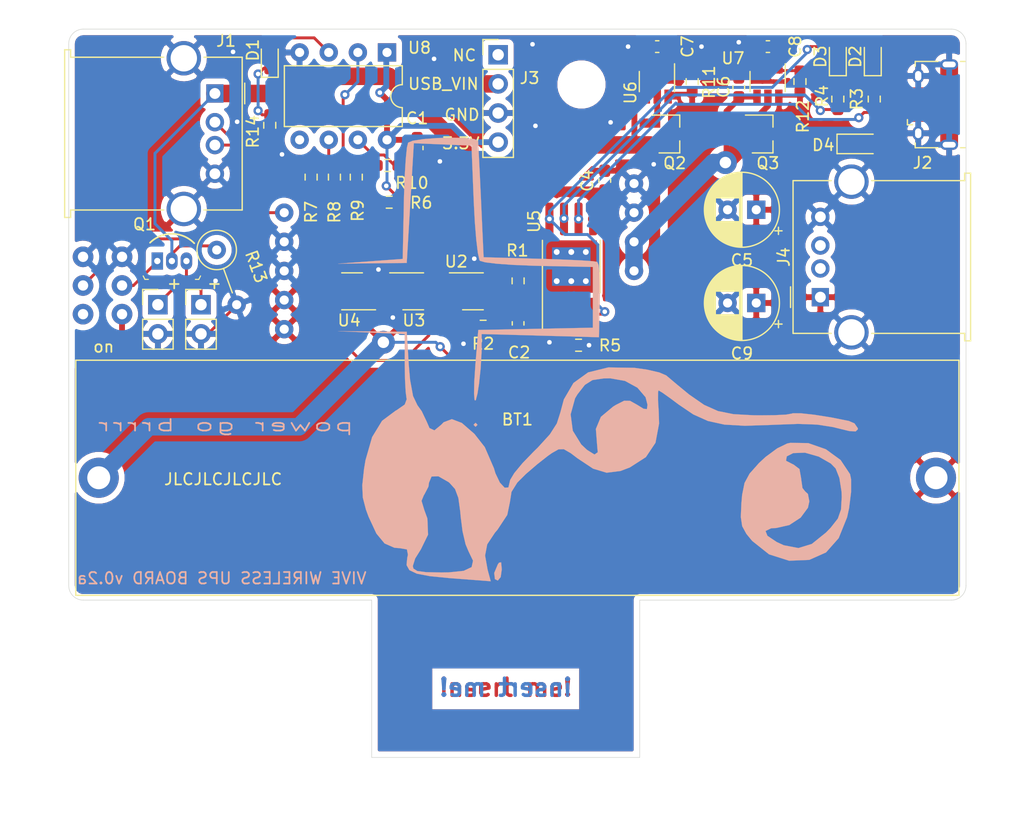
<source format=kicad_pcb>
(kicad_pcb (version 20171130) (host pcbnew "(5.1.9)-1")
  (layers (0 F.Cu signal) (31 B.Cu signal) (34 B.Paste user) (35 F.Paste user) (36 B.SilkS user) (37 F.SilkS user) (38 B.Mask user) (39 F.Mask user) (44 Edge.Cuts user))
  (net 0 "")
  (net 1 GND)
  (net 2 "Net-(BZ1-Pad1)")
  (net 3 +12V)
  (net 4 "Net-(C2-Pad1)")
  (net 5 /3.7V_Batt)
  (net 6 /12V_Backup)
  (net 7 "Net-(C7-Pad1)")
  (net 8 "Net-(C8-Pad1)")
  (net 9 /USB_Vin)
  (net 10 /USB_IN_D-)
  (net 11 /USB_IN_D+)
  (net 12 "Net-(J4-Pad2)")
  (net 13 "Net-(J4-Pad3)")
  (net 14 "Net-(R2-Pad1)")
  (net 15 "Net-(R5-Pad1)")
  (net 16 /QC3_Dp)
  (net 17 /QC3_Dm)
  (net 18 /QC3_DmGnd)
  (net 19 "Net-(U2-Pad4)")
  (net 20 "Net-(U2-Pad3)")
  (net 21 "Net-(U2-Pad1)")
  (net 22 "Net-(U3-Pad2)")
  (net 23 "Net-(BT1-Pad2)")
  (net 24 "Net-(D2-Pad2)")
  (net 25 "Net-(D2-Pad1)")
  (net 26 "Net-(D3-Pad1)")
  (net 27 "Net-(R3-Pad2)")
  (net 28 "Net-(R4-Pad1)")
  (net 29 "Net-(J2-Pad4)")
  (net 30 "Net-(J2-Pad3)")
  (net 31 "Net-(J2-Pad2)")
  (net 32 /buzzer_VDD)
  (net 33 /stepup_EN)
  (net 34 "Net-(SW1-Pad4)")
  (net 35 "Net-(D1-Pad2)")
  (net 36 "Net-(Q2-Pad1)")
  (net 37 "Net-(Q3-Pad1)")
  (net 38 +3V3)
  (net 39 "Net-(U8-Pad5)")
  (net 40 "Net-(D1-Pad1)")
  (net 41 "Net-(J3-Pad1)")
  (module Resistor_THT:R_Axial_DIN0309_L9.0mm_D3.2mm_P5.08mm_Vertical (layer F.Cu) (at 76.9112 113.2332 290)
    (fp_text reference R13 (at 2.54 -2.72 110) (layer F.SilkS))
    (fp_text value 1k)
    (pad 2 thru_hole oval (at 5.08 0 290) (size 1.6 1.6) (drill 0.8) (layers *.Cu *.Mask) (net 1 GND))
    (pad 1 thru_hole circle (at 0 0 335) (size 1.6 1.6) (drill 0.8) (layers *.Cu *.Mask) (net 9 /USB_Vin))
  )
  (module Capacitor_SMD:C_0603_1608Metric_Pad1.08x0.95mm_HandSolder (layer F.Cu) (at 94.3864 104.3432 90)
    (fp_text reference C1 (at 2.5908 0 180) (layer F.SilkS))
    (fp_text value 0.1u)
    (pad 2 smd roundrect (at 0.8625 0 90) (size 1.075 0.95) (layers F.Cu F.Paste F.Mask) (net 38 +3V3))
    (pad 1 smd roundrect (at -0.8625 0 90) (size 1.075 0.95) (layers F.Cu F.Paste F.Mask) (net 1 GND))
  )
  (module Connector_PinHeader_2.54mm:PinHeader_1x04_P2.54mm_Vertical (layer F.Cu) (at 101.4476 96.2152)
    (fp_text reference J3 (at 2.7432 2.032) (layer F.SilkS))
    (fp_text value Conn_01x04)
    (pad 4 thru_hole oval (at 0 7.62) (size 1.7 1.7) (drill 1) (layers *.Cu *.Mask) (net 38 +3V3))
    (pad 3 thru_hole oval (at 0 5.08) (size 1.7 1.7) (drill 1) (layers *.Cu *.Mask) (net 1 GND))
    (pad 2 thru_hole oval (at 0 2.54) (size 1.7 1.7) (drill 1) (layers *.Cu *.Mask) (net 9 /USB_Vin))
    (pad 1 thru_hole rect (at 0 0) (size 1.7 1.7) (drill 1) (layers *.Cu *.Mask) (net 41 "Net-(J3-Pad1)"))
  )
  (module Connector_PinHeader_2.54mm:PinHeader_1x02_P2.54mm_Vertical (layer F.Cu) (at 71.7804 118.0084)
    (fp_text reference BZ2 hide)
    (fp_text value Buzzer)
    (pad 2 thru_hole oval (at 0 2.54) (size 1.7 1.7) (drill 1) (layers *.Cu *.Mask) (net 1 GND))
    (pad 1 thru_hole rect (at 0 0) (size 1.7 1.7) (drill 1) (layers *.Cu *.Mask) (net 2 "Net-(BZ1-Pad1)"))
  )
  (module silk_image:froge_cross (layer B.Cu) (at 110.236 119.4816 180)
    (fp_text reference G*** hide)
    (fp_text value LOGO hide)
  )
  (module Resistor_SMD:R_0603_1608Metric_Pad0.98x0.95mm_HandSolder (layer F.Cu) (at 81.534 102.362 270)
    (fp_text reference R14 (at 0.5588 1.4732 270) (layer F.SilkS))
    (fp_text value 1.5k)
    (pad 2 smd roundrect (at 0.9125 0 270) (size 0.975 0.95) (layers F.Cu F.Paste F.Mask) (net 1 GND))
    (pad 1 smd roundrect (at -0.9125 0 270) (size 0.975 0.95) (layers F.Cu F.Paste F.Mask) (net 40 "Net-(D1-Pad1)"))
  )
  (module Diode_SMD:D_SOD-323_HandSoldering (layer F.Cu) (at 132.8928 103.9876)
    (fp_text reference D4 (at -3.0988 0.1016) (layer F.SilkS))
    (fp_text value "ESD5621W15-2/TR ")
    (pad 2 smd rect (at 1.25 0) (size 1 1) (layers F.Cu F.Paste F.Mask) (net 1 GND))
    (pad 1 smd rect (at -1.25 0) (size 1 1) (layers F.Cu F.Paste F.Mask) (net 3 +12V))
  )
  (module LED_SMD:LED_0603_1608Metric_Pad1.05x0.95mm_HandSolder (layer F.Cu) (at 81.534 96.52 90)
    (fp_text reference D1 (at 0.7112 -1.4732 90) (layer F.SilkS))
    (fp_text value LED)
    (pad 2 smd roundrect (at 0.875 0 90) (size 1.05 0.95) (layers F.Cu F.Paste F.Mask) (net 35 "Net-(D1-Pad2)"))
    (pad 1 smd roundrect (at -0.875 0 90) (size 1.05 0.95) (layers F.Cu F.Paste F.Mask) (net 40 "Net-(D1-Pad1)"))
  )
  (module MountingHole:MountingHole_3.2mm_M3 (layer F.Cu) (at 108.712 98.806)
    (fp_text reference H1 hide)
    (fp_text value MountingHole)
    (pad 1 np_thru_hole circle (at 0 0) (size 3.2 3.2) (drill 3.2) (layers *.Cu *.Mask))
  )
  (module Package_SO:SOP-8-1EP_4.57x4.57mm_P1.27mm_EP4.57x4.45mm_ThermalVias (layer F.Cu) (at 107.823 114.681 90)
    (fp_text reference U5 (at 3.937 -3.24 90) (layer F.SilkS))
    (fp_text value TP4056)
    (pad 9 smd rect (at 0 0 90) (size 3.350001 3.350001) (layers B.Cu) (net 1 GND))
    (pad 9 thru_hole circle (at 1.27 1.27 90) (size 0.81 0.81) (drill 0.51) (layers *.Cu) (net 1 GND))
    (pad 9 thru_hole circle (at -1.27 1.27 90) (size 0.81 0.81) (drill 0.51) (layers *.Cu) (net 1 GND))
    (pad 9 thru_hole circle (at 1.27 0 90) (size 0.81 0.81) (drill 0.51) (layers *.Cu) (net 1 GND))
    (pad 9 thru_hole circle (at -1.27 0 90) (size 0.81 0.81) (drill 0.51) (layers *.Cu) (net 1 GND))
    (pad 9 thru_hole circle (at 1.27 -1.27 90) (size 0.81 0.81) (drill 0.51) (layers *.Cu) (net 1 GND))
    (pad 9 thru_hole circle (at -1.27 -1.27 90) (size 0.81 0.81) (drill 0.51) (layers *.Cu) (net 1 GND))
    (pad 9 smd rect (at 0 0 90) (size 4.570001 4.450001) (layers F.Cu F.Mask) (net 1 GND))
    (pad 8 smd roundrect (at 4.15 -1.905 90) (size 2.85 0.7) (layers F.Cu F.Paste F.Mask) (net 24 "Net-(D2-Pad2)"))
    (pad 7 smd roundrect (at 4.15 -0.635 90) (size 2.85 0.7) (layers F.Cu F.Paste F.Mask) (net 28 "Net-(R4-Pad1)"))
    (pad 6 smd roundrect (at 4.15 0.635 90) (size 2.85 0.7) (layers F.Cu F.Paste F.Mask) (net 27 "Net-(R3-Pad2)"))
    (pad 5 smd roundrect (at 4.15 1.905 90) (size 2.85 0.7) (layers F.Cu F.Paste F.Mask) (net 5 /3.7V_Batt))
    (pad 4 smd roundrect (at -4.15 1.905 90) (size 2.85 0.7) (layers F.Cu F.Paste F.Mask) (net 24 "Net-(D2-Pad2)"))
    (pad 3 smd roundrect (at -4.15 0.635 90) (size 2.85 0.7) (layers F.Cu F.Paste F.Mask) (net 1 GND))
    (pad 2 smd roundrect (at -4.15 -0.635 90) (size 2.85 0.7) (layers F.Cu F.Paste F.Mask) (net 15 "Net-(R5-Pad1)"))
    (pad 1 smd roundrect (at -4.15 -1.905 90) (size 2.85 0.7) (layers F.Cu F.Paste F.Mask) (net 1 GND))
  )
  (module Capacitor_THT:CP_Radial_D6.3mm_P2.50mm (layer F.Cu) (at 123.952 109.728 180)
    (fp_text reference C5 (at 1.25 -4.4) (layer F.SilkS))
    (fp_text value 47u)
    (pad 2 thru_hole circle (at 2.5 0 180) (size 1.6 1.6) (drill 0.8) (layers *.Cu *.Mask) (net 1 GND))
    (pad 1 thru_hole rect (at 0 0 180) (size 1.6 1.6) (drill 0.8) (layers *.Cu *.Mask) (net 3 +12V))
  )
  (module vive_ups:U3V70A (layer F.Cu) (at 98.044 113.792)
    (fp_text reference U9 hide)
    (fp_text value U3V70A)
    (pad 9 thru_hole circle (at 15.25 1.27) (size 1.6 1.6) (drill 0.8) (layers *.Cu *.Mask) (net 6 /12V_Backup))
    (pad 8 thru_hole circle (at 15.25 -1.27) (size 1.6 1.6) (drill 0.8) (layers *.Cu *.Mask) (net 6 /12V_Backup))
    (pad 7 thru_hole circle (at 15.25 -3.81) (size 1.6 1.6) (drill 0.8) (layers *.Cu *.Mask) (net 1 GND))
    (pad 6 thru_hole circle (at 15.25 -6.35) (size 1.6 1.6) (drill 0.8) (layers *.Cu *.Mask) (net 1 GND))
    (pad 5 thru_hole circle (at -15.25 6.35) (size 1.6 1.6) (drill 0.8) (layers *.Cu *.Mask) (net 5 /3.7V_Batt))
    (pad 4 thru_hole circle (at -15.25 3.81) (size 1.6 1.6) (drill 0.8) (layers *.Cu *.Mask) (net 5 /3.7V_Batt))
    (pad 3 thru_hole circle (at -15.25 1.27) (size 1.6 1.6) (drill 0.8) (layers *.Cu *.Mask) (net 1 GND))
    (pad 2 thru_hole circle (at -15.25 -1.27) (size 1.6 1.6) (drill 0.8) (layers *.Cu *.Mask) (net 1 GND))
    (pad 1 thru_hole circle (at -15.25 -3.81) (size 1.6 1.6) (drill 0.8) (layers *.Cu *.Mask) (net 33 /stepup_EN))
  )
  (module Connector_PinHeader_2.54mm:PinHeader_1x02_P2.54mm_Vertical (layer F.Cu) (at 75.5396 118.0084)
    (fp_text reference BZ1 hide)
    (fp_text value Buzzer)
    (pad 2 thru_hole oval (at 0 2.54) (size 1.7 1.7) (drill 1) (layers *.Cu *.Mask) (net 1 GND))
    (pad 1 thru_hole rect (at 0 0) (size 1.7 1.7) (drill 1) (layers *.Cu *.Mask) (net 2 "Net-(BZ1-Pad1)"))
  )
  (module vive_ups:K3-2245D-F1 (layer F.Cu) (at 66.9544 116.332 180)
    (fp_text reference SW1 hide)
    (fp_text value SW_DPDT_x2)
    (pad 6 thru_hole circle (at 1.7 2.5 180) (size 1.8 1.8) (drill 0.9) (layers *.Cu *.Mask) (net 1 GND))
    (pad 5 thru_hole circle (at 1.7 0 180) (size 1.8 1.8) (drill 0.9) (layers *.Cu *.Mask) (net 33 /stepup_EN))
    (pad 4 thru_hole circle (at 1.7 -2.5 180) (size 1.8 1.8) (drill 0.9) (layers *.Cu *.Mask) (net 34 "Net-(SW1-Pad4)"))
    (pad 3 thru_hole circle (at -1.7 2.5 180) (size 1.8 1.8) (drill 0.9) (layers *.Cu *.Mask) (net 1 GND))
    (pad 2 thru_hole circle (at -1.7 0 180) (size 1.8 1.8) (drill 0.9) (layers *.Cu *.Mask) (net 32 /buzzer_VDD))
    (pad 1 thru_hole circle (at -1.7 -2.5 180) (size 1.8 1.8) (drill 0.9) (layers *.Cu *.Mask) (net 5 /3.7V_Batt))
  )
  (module Resistor_SMD:R_0603_1608Metric_Pad0.98x0.95mm_HandSolder (layer F.Cu) (at 91.8083 105.8672)
    (fp_text reference R10 (at 2.1209 1.524 180) (layer F.SilkS))
    (fp_text value 1.5k)
    (pad 2 smd roundrect (at 0.9125 0) (size 0.975 0.95) (layers F.Cu F.Paste F.Mask) (net 18 /QC3_DmGnd))
    (pad 1 smd roundrect (at -0.9125 0) (size 0.975 0.95) (layers F.Cu F.Paste F.Mask) (net 10 /USB_IN_D-))
  )
  (module Connector_USB:USB_Micro-B_Amphenol_10118194_Horizontal (layer F.Cu) (at 139.4714 100.5586 90)
    (fp_text reference J2 (at -5.08 -1.016) (layer F.SilkS))
    (fp_text value USB_B_Micro)
    (pad 6 thru_hole oval (at 3.5 1.3 90) (size 0.89 1.55) (drill oval 0.5 1.15) (layers *.Cu *.Mask) (net 1 GND))
    (pad 6 thru_hole oval (at -3.5 1.3 90) (size 0.89 1.55) (drill oval 0.5 1.15) (layers *.Cu *.Mask) (net 1 GND))
    (pad 6 smd rect (at 2.9 1.3 90) (size 1.2 1.55) (layers F.Cu F.Paste F.Mask) (net 1 GND))
    (pad 6 smd rect (at -2.9 1.3 90) (size 1.2 1.55) (layers F.Cu F.Paste F.Mask) (net 1 GND))
    (pad 6 smd rect (at 1 1.3 90) (size 1.5 1.55) (layers F.Cu F.Paste F.Mask) (net 1 GND))
    (pad 6 smd rect (at -1 1.3 90) (size 1.5 1.55) (layers F.Cu F.Paste F.Mask) (net 1 GND))
    (pad 6 thru_hole oval (at 2.5 -1.4 90) (size 1.25 0.95) (drill oval 0.85 0.55) (layers *.Cu *.Mask) (net 1 GND))
    (pad 6 thru_hole oval (at -2.5 -1.4 90) (size 1.25 0.95) (drill oval 0.85 0.55) (layers *.Cu *.Mask) (net 1 GND))
    (pad 5 smd rect (at 1.3 -1.4 90) (size 0.4 1.35) (layers F.Cu F.Paste F.Mask) (net 1 GND))
    (pad 4 smd rect (at 0.65 -1.4 90) (size 0.4 1.35) (layers F.Cu F.Paste F.Mask) (net 29 "Net-(J2-Pad4)"))
    (pad 3 smd rect (at 0 -1.4 90) (size 0.4 1.35) (layers F.Cu F.Paste F.Mask) (net 30 "Net-(J2-Pad3)"))
    (pad 2 smd rect (at -0.65 -1.4 90) (size 0.4 1.35) (layers F.Cu F.Paste F.Mask) (net 31 "Net-(J2-Pad2)"))
    (pad 1 smd rect (at -1.3 -1.4 90) (size 0.4 1.35) (layers F.Cu F.Paste F.Mask) (net 24 "Net-(D2-Pad2)"))
  )
  (module vive_ups:18650_holder_THT (layer F.Cu) (at 103.124 133.096)
    (fp_text reference BT1 (at 0 -5.08) (layer F.SilkS))
    (fp_text value Battery_Cell)
    (pad 1 thru_hole circle (at 36.5 0) (size 3.5 3.5) (drill 2) (layers *.Cu *.Mask) (net 5 /3.7V_Batt))
    (pad 2 thru_hole circle (at -36.5 0) (size 3.5 3.5) (drill 2) (layers *.Cu *.Mask) (net 23 "Net-(BT1-Pad2)"))
  )
  (module Capacitor_THT:CP_Radial_D6.3mm_P2.50mm (layer F.Cu) (at 123.952 117.856 180)
    (fp_text reference C9 (at 1.25 -4.4) (layer F.SilkS))
    (fp_text value 47u)
    (pad 2 thru_hole circle (at 2.5 0 180) (size 1.6 1.6) (drill 0.8) (layers *.Cu *.Mask) (net 1 GND))
    (pad 1 thru_hole rect (at 0 0 180) (size 1.6 1.6) (drill 0.8) (layers *.Cu *.Mask) (net 3 +12V))
  )
  (module Package_TO_SOT_SMD:SOT-23-6_Handsoldering (layer F.Cu) (at 99.2505 116.84)
    (fp_text reference U2 (at -1.4605 -2.5908) (layer F.SilkS))
    (fp_text value FS312F-G)
    (pad 5 smd rect (at 1.35 0) (size 1.56 0.65) (layers F.Cu F.Paste F.Mask) (net 4 "Net-(C2-Pad1)"))
    (pad 6 smd rect (at 1.35 -0.95) (size 1.56 0.65) (layers F.Cu F.Paste F.Mask) (net 1 GND))
    (pad 4 smd rect (at 1.35 0.95) (size 1.56 0.65) (layers F.Cu F.Paste F.Mask) (net 19 "Net-(U2-Pad4)"))
    (pad 3 smd rect (at -1.35 0.95) (size 1.56 0.65) (layers F.Cu F.Paste F.Mask) (net 20 "Net-(U2-Pad3)"))
    (pad 2 smd rect (at -1.35 0) (size 1.56 0.65) (layers F.Cu F.Paste F.Mask) (net 14 "Net-(R2-Pad1)"))
    (pad 1 smd rect (at -1.35 -0.95) (size 1.56 0.65) (layers F.Cu F.Paste F.Mask) (net 21 "Net-(U2-Pad1)"))
  )
  (module Resistor_SMD:R_0603_1608Metric_Pad0.98x0.95mm_HandSolder (layer F.Cu) (at 108.458 121.539)
    (fp_text reference R5 (at 2.7432 0.0254) (layer F.SilkS))
    (fp_text value 1.5k)
    (pad 2 smd roundrect (at 0.9125 0) (size 0.975 0.95) (layers F.Cu F.Paste F.Mask) (net 1 GND))
    (pad 1 smd roundrect (at -0.9125 0) (size 0.975 0.95) (layers F.Cu F.Paste F.Mask) (net 15 "Net-(R5-Pad1)"))
  )
  (module Resistor_SMD:R_0603_1608Metric_Pad0.98x0.95mm_HandSolder (layer F.Cu) (at 131.064 100.076 90)
    (fp_text reference R4 (at 0.254 -1.3716 90) (layer F.SilkS))
    (fp_text value 1.5k)
    (pad 2 smd roundrect (at 0.9125 0 90) (size 0.975 0.95) (layers F.Cu F.Paste F.Mask) (net 26 "Net-(D3-Pad1)"))
    (pad 1 smd roundrect (at -0.9125 0 90) (size 0.975 0.95) (layers F.Cu F.Paste F.Mask) (net 28 "Net-(R4-Pad1)"))
  )
  (module Resistor_SMD:R_0603_1608Metric_Pad0.98x0.95mm_HandSolder (layer F.Cu) (at 134.239 100.076 270)
    (fp_text reference R3 (at 0 1.524 90) (layer F.SilkS))
    (fp_text value 1.5k)
    (pad 2 smd roundrect (at 0.9125 0 270) (size 0.975 0.95) (layers F.Cu F.Paste F.Mask) (net 27 "Net-(R3-Pad2)"))
    (pad 1 smd roundrect (at -0.9125 0 270) (size 0.975 0.95) (layers F.Cu F.Paste F.Mask) (net 25 "Net-(D2-Pad1)"))
  )
  (module LED_SMD:LED_0603_1608Metric_Pad1.05x0.95mm_HandSolder (layer F.Cu) (at 131.064 96.379 90)
    (fp_text reference D3 (at 0 -1.524 90) (layer F.SilkS))
    (fp_text value LED)
    (pad 2 smd roundrect (at 0.875 0 90) (size 1.05 0.95) (layers F.Cu F.Paste F.Mask) (net 24 "Net-(D2-Pad2)"))
    (pad 1 smd roundrect (at -0.875 0 90) (size 1.05 0.95) (layers F.Cu F.Paste F.Mask) (net 26 "Net-(D3-Pad1)"))
  )
  (module LED_SMD:LED_0603_1608Metric_Pad1.05x0.95mm_HandSolder (layer F.Cu) (at 134.112 96.379 90)
    (fp_text reference D2 (at 0 -1.524 90) (layer F.SilkS))
    (fp_text value LED)
    (pad 2 smd roundrect (at 0.875 0 90) (size 1.05 0.95) (layers F.Cu F.Paste F.Mask) (net 24 "Net-(D2-Pad2)"))
    (pad 1 smd roundrect (at -0.875 0 90) (size 1.05 0.95) (layers F.Cu F.Paste F.Mask) (net 25 "Net-(D2-Pad1)"))
  )
  (module Capacitor_SMD:C_0603_1608Metric_Pad1.08x0.95mm_HandSolder (layer F.Cu) (at 110.744 107.188 90)
    (fp_text reference C4 (at 0 -1.524 90) (layer F.SilkS))
    (fp_text value 10u)
    (pad 2 smd roundrect (at 0.8625 0 90) (size 1.075 0.95) (layers F.Cu F.Paste F.Mask) (net 1 GND))
    (pad 1 smd roundrect (at -0.8625 0 90) (size 1.075 0.95) (layers F.Cu F.Paste F.Mask) (net 5 /3.7V_Batt))
  )
  (module Package_TO_SOT_SMD:SOT-23-6_Handsoldering (layer F.Cu) (at 94.0435 116.84)
    (fp_text reference U3 (at 0.0635 2.54) (layer F.SilkS))
    (fp_text value FS8205)
    (pad 5 smd rect (at 1.35 0) (size 1.56 0.65) (layers F.Cu F.Paste F.Mask))
    (pad 6 smd rect (at 1.35 -0.95) (size 1.56 0.65) (layers F.Cu F.Paste F.Mask) (net 21 "Net-(U2-Pad1)"))
    (pad 4 smd rect (at 1.35 0.95) (size 1.56 0.65) (layers F.Cu F.Paste F.Mask) (net 20 "Net-(U2-Pad3)"))
    (pad 3 smd rect (at -1.35 0.95) (size 1.56 0.65) (layers F.Cu F.Paste F.Mask) (net 1 GND))
    (pad 2 smd rect (at -1.35 0) (size 1.56 0.65) (layers F.Cu F.Paste F.Mask) (net 22 "Net-(U3-Pad2)"))
    (pad 1 smd rect (at -1.35 -0.95) (size 1.56 0.65) (layers F.Cu F.Paste F.Mask) (net 23 "Net-(BT1-Pad2)"))
  )
  (module Connector_USB:USB_A_Molex_67643_Horizontal (layer F.Cu) (at 129.54 117.348 90)
    (fp_text reference J4 (at 3.5 -3.19 90) (layer F.SilkS))
    (fp_text value USB_A)
    (pad 4 thru_hole circle (at 7 0 90) (size 1.6 1.6) (drill 0.95) (layers *.Cu *.Mask) (net 1 GND))
    (pad 3 thru_hole circle (at 4.5 0 90) (size 1.6 1.6) (drill 0.95) (layers *.Cu *.Mask) (net 13 "Net-(J4-Pad3)"))
    (pad 2 thru_hole circle (at 2.5 0 90) (size 1.6 1.6) (drill 0.95) (layers *.Cu *.Mask) (net 12 "Net-(J4-Pad2)"))
    (pad 1 thru_hole rect (at 0 0 90) (size 1.6 1.5) (drill 0.95) (layers *.Cu *.Mask) (net 3 +12V))
    (pad 5 thru_hole circle (at 10.07 2.71 90) (size 3 3) (drill 2.3) (layers *.Cu *.Mask) (net 1 GND))
    (pad 5 thru_hole circle (at -3.07 2.71 90) (size 3 3) (drill 2.3) (layers *.Cu *.Mask) (net 1 GND))
  )
  (module Connector_USB:USB_A_Molex_67643_Horizontal (layer F.Cu) (at 76.751 99.59 270)
    (fp_text reference J1 (at -4.594 -0.973) (layer F.SilkS))
    (fp_text value USB_A)
    (pad 4 thru_hole circle (at 7 0 270) (size 1.6 1.6) (drill 0.95) (layers *.Cu *.Mask) (net 1 GND))
    (pad 3 thru_hole circle (at 4.5 0 270) (size 1.6 1.6) (drill 0.95) (layers *.Cu *.Mask) (net 11 /USB_IN_D+))
    (pad 2 thru_hole circle (at 2.5 0 270) (size 1.6 1.6) (drill 0.95) (layers *.Cu *.Mask) (net 10 /USB_IN_D-))
    (pad 1 thru_hole rect (at 0 0 270) (size 1.6 1.5) (drill 0.95) (layers *.Cu *.Mask) (net 9 /USB_Vin))
    (pad 5 thru_hole circle (at 10.07 2.71 270) (size 3 3) (drill 2.3) (layers *.Cu *.Mask) (net 1 GND))
    (pad 5 thru_hole circle (at -3.07 2.71 270) (size 3 3) (drill 2.3) (layers *.Cu *.Mask) (net 1 GND))
  )
  (module Package_DIP:DIP-8_W7.62mm (layer F.Cu) (at 91.7575 96.012 270)
    (fp_text reference U8 (at -0.4064 -2.8321 180) (layer F.SilkS))
    (fp_text value ATtiny13A-PU)
    (pad 8 thru_hole oval (at 7.62 0 270) (size 1.6 1.6) (drill 0.8) (layers *.Cu *.Mask) (net 38 +3V3))
    (pad 4 thru_hole oval (at 0 7.62 270) (size 1.6 1.6) (drill 0.8) (layers *.Cu *.Mask) (net 1 GND))
    (pad 7 thru_hole oval (at 7.62 2.54 270) (size 1.6 1.6) (drill 0.8) (layers *.Cu *.Mask) (net 18 /QC3_DmGnd))
    (pad 3 thru_hole oval (at 0 5.08 270) (size 1.6 1.6) (drill 0.8) (layers *.Cu *.Mask) (net 35 "Net-(D1-Pad2)"))
    (pad 6 thru_hole oval (at 7.62 5.08 270) (size 1.6 1.6) (drill 0.8) (layers *.Cu *.Mask) (net 16 /QC3_Dp))
    (pad 2 thru_hole oval (at 0 2.54 270) (size 1.6 1.6) (drill 0.8) (layers *.Cu *.Mask) (net 17 /QC3_Dm))
    (pad 5 thru_hole oval (at 7.62 7.62 270) (size 1.6 1.6) (drill 0.8) (layers *.Cu *.Mask) (net 39 "Net-(U8-Pad5)"))
    (pad 1 thru_hole rect (at 0 0 270) (size 1.6 1.6) (drill 0.8) (layers *.Cu *.Mask) (net 38 +3V3))
  )
  (module Package_TO_SOT_SMD:TSOT-23-6 (layer F.Cu) (at 124.968 98.552 270)
    (fp_text reference U7 (at -2.032 3.048 180) (layer F.SilkS))
    (fp_text value LM5050-1)
    (pad 6 smd rect (at 1.31 -0.95 270) (size 1.22 0.65) (layers F.Cu F.Paste F.Mask) (net 3 +12V))
    (pad 5 smd rect (at 1.31 0 270) (size 1.22 0.65) (layers F.Cu F.Paste F.Mask) (net 37 "Net-(Q3-Pad1)"))
    (pad 4 smd rect (at 1.31 0.95 270) (size 1.22 0.65) (layers F.Cu F.Paste F.Mask) (net 6 /12V_Backup))
    (pad 3 smd rect (at -1.31 0.95 270) (size 1.22 0.65) (layers F.Cu F.Paste F.Mask) (net 1 GND))
    (pad 2 smd rect (at -1.31 0 270) (size 1.22 0.65) (layers F.Cu F.Paste F.Mask) (net 1 GND))
    (pad 1 smd rect (at -1.31 -0.95 270) (size 1.22 0.65) (layers F.Cu F.Paste F.Mask) (net 8 "Net-(C8-Pad1)"))
  )
  (module Package_TO_SOT_SMD:TSOT-23-6 (layer F.Cu) (at 115.316 98.552 270)
    (fp_text reference U6 (at 0.9652 2.3368 270) (layer F.SilkS))
    (fp_text value LM5050-1)
    (pad 6 smd rect (at 1.31 -0.95 270) (size 1.22 0.65) (layers F.Cu F.Paste F.Mask) (net 3 +12V))
    (pad 5 smd rect (at 1.31 0 270) (size 1.22 0.65) (layers F.Cu F.Paste F.Mask) (net 36 "Net-(Q2-Pad1)"))
    (pad 4 smd rect (at 1.31 0.95 270) (size 1.22 0.65) (layers F.Cu F.Paste F.Mask) (net 9 /USB_Vin))
    (pad 3 smd rect (at -1.31 0.95 270) (size 1.22 0.65) (layers F.Cu F.Paste F.Mask) (net 1 GND))
    (pad 2 smd rect (at -1.31 0 270) (size 1.22 0.65) (layers F.Cu F.Paste F.Mask) (net 1 GND))
    (pad 1 smd rect (at -1.31 -0.95 270) (size 1.22 0.65) (layers F.Cu F.Paste F.Mask) (net 7 "Net-(C7-Pad1)"))
  )
  (module Package_TO_SOT_SMD:SOT-23-6_Handsoldering (layer F.Cu) (at 88.7095 116.84 180)
    (fp_text reference U4 (at 0.254 -2.54) (layer F.SilkS))
    (fp_text value FS8205)
    (pad 5 smd rect (at 1.35 0 180) (size 1.56 0.65) (layers F.Cu F.Paste F.Mask))
    (pad 6 smd rect (at 1.35 -0.95 180) (size 1.56 0.65) (layers F.Cu F.Paste F.Mask) (net 21 "Net-(U2-Pad1)"))
    (pad 4 smd rect (at 1.35 0.95 180) (size 1.56 0.65) (layers F.Cu F.Paste F.Mask) (net 20 "Net-(U2-Pad3)"))
    (pad 3 smd rect (at -1.35 0.95 180) (size 1.56 0.65) (layers F.Cu F.Paste F.Mask) (net 1 GND))
    (pad 2 smd rect (at -1.35 0 180) (size 1.56 0.65) (layers F.Cu F.Paste F.Mask) (net 22 "Net-(U3-Pad2)"))
    (pad 1 smd rect (at -1.35 -0.95 180) (size 1.56 0.65) (layers F.Cu F.Paste F.Mask) (net 23 "Net-(BT1-Pad2)"))
  )
  (module Resistor_SMD:R_0603_1608Metric_Pad0.98x0.95mm_HandSolder (layer F.Cu) (at 127.762 98.552 90)
    (fp_text reference R12 (at -3.048 0.254 90) (layer F.SilkS))
    (fp_text value 100)
    (pad 2 smd roundrect (at 0.9125 0 90) (size 0.975 0.95) (layers F.Cu F.Paste F.Mask) (net 8 "Net-(C8-Pad1)"))
    (pad 1 smd roundrect (at -0.9125 0 90) (size 0.975 0.95) (layers F.Cu F.Paste F.Mask) (net 3 +12V))
  )
  (module Resistor_SMD:R_0603_1608Metric_Pad0.98x0.95mm_HandSolder (layer F.Cu) (at 118.364 98.552 90)
    (fp_text reference R11 (at -0.0508 1.4732 270) (layer F.SilkS))
    (fp_text value 100)
    (pad 2 smd roundrect (at 0.9125 0 90) (size 0.975 0.95) (layers F.Cu F.Paste F.Mask) (net 7 "Net-(C7-Pad1)"))
    (pad 1 smd roundrect (at -0.9125 0 90) (size 0.975 0.95) (layers F.Cu F.Paste F.Mask) (net 3 +12V))
  )
  (module Resistor_SMD:R_0603_1608Metric_Pad0.98x0.95mm_HandSolder (layer F.Cu) (at 89.0778 106.8832 270)
    (fp_text reference R9 (at 2.921 -0.127 270) (layer F.SilkS))
    (fp_text value 4.7k)
    (pad 2 smd roundrect (at 0.9125 0 270) (size 0.975 0.95) (layers F.Cu F.Paste F.Mask) (net 10 /USB_IN_D-))
    (pad 1 smd roundrect (at -0.9125 0 270) (size 0.975 0.95) (layers F.Cu F.Paste F.Mask) (net 17 /QC3_Dm))
  )
  (module Resistor_SMD:R_0603_1608Metric_Pad0.98x0.95mm_HandSolder (layer F.Cu) (at 87.1728 106.8832 270)
    (fp_text reference R8 (at 3.048 0 90) (layer F.SilkS))
    (fp_text value 100)
    (pad 2 smd roundrect (at 0.9125 0 270) (size 0.975 0.95) (layers F.Cu F.Paste F.Mask) (net 11 /USB_IN_D+))
    (pad 1 smd roundrect (at -0.9125 0 270) (size 0.975 0.95) (layers F.Cu F.Paste F.Mask) (net 16 /QC3_Dp))
  )
  (module Resistor_SMD:R_0603_1608Metric_Pad0.98x0.95mm_HandSolder (layer F.Cu) (at 85.1408 106.8832 90)
    (fp_text reference R7 (at -3.048 0 90) (layer F.SilkS))
    (fp_text value 1.5k)
    (pad 2 smd roundrect (at 0.9125 0 90) (size 0.975 0.95) (layers F.Cu F.Paste F.Mask) (net 1 GND))
    (pad 1 smd roundrect (at -0.9125 0 90) (size 0.975 0.95) (layers F.Cu F.Paste F.Mask) (net 11 /USB_IN_D+))
  )
  (module Resistor_SMD:R_0603_1608Metric_Pad0.98x0.95mm_HandSolder (layer F.Cu) (at 91.948 109.0676 180)
    (fp_text reference R6 (at -2.794 -0.0508 180) (layer F.SilkS))
    (fp_text value 4.7k)
    (pad 2 smd roundrect (at 0.9125 0 180) (size 0.975 0.95) (layers F.Cu F.Paste F.Mask) (net 11 /USB_IN_D+))
    (pad 1 smd roundrect (at -0.9125 0 180) (size 0.975 0.95) (layers F.Cu F.Paste F.Mask) (net 38 +3V3))
  )
  (module Resistor_SMD:R_0603_1608Metric_Pad0.98x0.95mm_HandSolder (layer F.Cu) (at 100.1395 119.888)
    (fp_text reference R2 (at 0 1.524) (layer F.SilkS))
    (fp_text value 1k)
    (pad 2 smd roundrect (at 0.9125 0) (size 0.975 0.95) (layers F.Cu F.Paste F.Mask) (net 1 GND))
    (pad 1 smd roundrect (at -0.9125 0) (size 0.975 0.95) (layers F.Cu F.Paste F.Mask) (net 14 "Net-(R2-Pad1)"))
  )
  (module Resistor_SMD:R_0603_1608Metric_Pad0.98x0.95mm_HandSolder (layer F.Cu) (at 103.1875 115.9275 270)
    (fp_text reference R1 (at -2.6435 0.0635) (layer F.SilkS))
    (fp_text value 100)
    (pad 2 smd roundrect (at 0.9125 0 270) (size 0.975 0.95) (layers F.Cu F.Paste F.Mask) (net 4 "Net-(C2-Pad1)"))
    (pad 1 smd roundrect (at -0.9125 0 270) (size 0.975 0.95) (layers F.Cu F.Paste F.Mask) (net 5 /3.7V_Batt))
  )
  (module digikey-footprints:TO-92-3 (layer F.Cu) (at 71.7296 114.1984)
    (fp_text reference Q1 (at -1.1176 -3.2004) (layer F.SilkS))
    (fp_text value 2N3906)
    (pad 1 thru_hole rect (at 0 0 180) (size 1 1.5) (drill 0.55) (layers *.Cu *.Mask) (net 32 /buzzer_VDD))
    (pad 3 thru_hole oval (at 2.54 0 180) (size 1 1.5) (drill 0.55) (layers *.Cu *.Mask) (net 2 "Net-(BZ1-Pad1)"))
    (pad 2 thru_hole oval (at 1.27 0 180) (size 1 1.5) (drill 0.55) (layers *.Cu *.Mask) (net 9 /USB_Vin))
  )
  (module Package_TO_SOT_SMD:SC-59_Handsoldering (layer F.Cu) (at 124.46 103.124)
    (fp_text reference Q3 (at 0.508 2.54) (layer F.SilkS))
    (fp_text value DMN2020LSN)
    (pad 3 smd rect (at 1.65 0) (size 1.8 0.8) (layers F.Cu F.Paste F.Mask) (net 3 +12V))
    (pad 2 smd rect (at -1.65 0.95) (size 1.8 0.8) (layers F.Cu F.Paste F.Mask) (net 6 /12V_Backup))
    (pad 1 smd rect (at -1.65 -0.95) (size 1.8 0.8) (layers F.Cu F.Paste F.Mask) (net 37 "Net-(Q3-Pad1)"))
  )
  (module Package_TO_SOT_SMD:SC-59_Handsoldering (layer F.Cu) (at 116.332 103.124)
    (fp_text reference Q2 (at 0.508 2.54) (layer F.SilkS))
    (fp_text value DMN2020LSN)
    (pad 3 smd rect (at 1.65 0) (size 1.8 0.8) (layers F.Cu F.Paste F.Mask) (net 3 +12V))
    (pad 2 smd rect (at -1.65 0.95) (size 1.8 0.8) (layers F.Cu F.Paste F.Mask) (net 9 /USB_Vin))
    (pad 1 smd rect (at -1.65 -0.95) (size 1.8 0.8) (layers F.Cu F.Paste F.Mask) (net 36 "Net-(Q2-Pad1)"))
  )
  (module Capacitor_SMD:C_0603_1608Metric_Pad1.08x0.95mm_HandSolder (layer F.Cu) (at 124.968 95.504 180)
    (fp_text reference C8 (at -2.3876 0 90) (layer F.SilkS))
    (fp_text value 0.1u)
    (pad 2 smd roundrect (at 0.8625 0 180) (size 1.075 0.95) (layers F.Cu F.Paste F.Mask) (net 1 GND))
    (pad 1 smd roundrect (at -0.8625 0 180) (size 1.075 0.95) (layers F.Cu F.Paste F.Mask) (net 8 "Net-(C8-Pad1)"))
  )
  (module Capacitor_SMD:C_0603_1608Metric_Pad1.08x0.95mm_HandSolder (layer F.Cu) (at 115.316 95.504 180)
    (fp_text reference C7 (at -2.6416 0 90) (layer F.SilkS))
    (fp_text value 0.1u)
    (pad 2 smd roundrect (at 0.8625 0 180) (size 1.075 0.95) (layers F.Cu F.Paste F.Mask) (net 1 GND))
    (pad 1 smd roundrect (at -0.8625 0 180) (size 1.075 0.95) (layers F.Cu F.Paste F.Mask) (net 7 "Net-(C7-Pad1)"))
  )
  (module Capacitor_SMD:C_0603_1608Metric_Pad1.08x0.95mm_HandSolder (layer F.Cu) (at 122.428 99.06 90)
    (fp_text reference C6 (at 0.0508 -1.3208 90) (layer F.SilkS))
    (fp_text value 0.1u)
    (pad 2 smd roundrect (at 0.8625 0 90) (size 1.075 0.95) (layers F.Cu F.Paste F.Mask) (net 1 GND))
    (pad 1 smd roundrect (at -0.8625 0 90) (size 1.075 0.95) (layers F.Cu F.Paste F.Mask) (net 6 /12V_Backup))
  )
  (module Capacitor_SMD:C_0603_1608Metric_Pad1.08x0.95mm_HandSolder (layer F.Cu) (at 103.1875 119.634 270)
    (fp_text reference C2 (at 2.54 -0.0889 180) (layer F.SilkS))
    (fp_text value 100n)
    (pad 2 smd roundrect (at 0.8625 0 270) (size 1.075 0.95) (layers F.Cu F.Paste F.Mask) (net 23 "Net-(BT1-Pad2)"))
    (pad 1 smd roundrect (at -0.8625 0 270) (size 1.075 0.95) (layers F.Cu F.Paste F.Mask) (net 4 "Net-(C2-Pad1)"))
  )
  (gr_text "NC\n" (at 98.5012 96.266) (layer F.SilkS) (effects (font (size 1 1))))
  (gr_text "USB_VIN\n" (at 96.6724 98.7552) (layer F.SilkS) (effects (font (size 1 1))))
  (gr_text GND (at 98.298 101.4476) (layer F.SilkS) (effects (font (size 1 1))))
  (gr_text "3.3V\n" (at 98.1964 103.9368) (layer F.SilkS) (effects (font (size 1 1))))
  (gr_text + (at 73.2028 116.1288) (layer F.SilkS) (effects (font (size 1 1))))
  (gr_text + (at 76.708 116.1288) (layer F.SilkS) (effects (font (size 1 1))))
  (gr_text "on\n" (at 67.056 121.666) (layer F.SilkS) (effects (font (size 1 1))))
  (gr_text JLCJLCJLCJLC (at 77.47 133.223) (layer F.SilkS) (effects (font (size 1 1))))
  (gr_text "insert me!" (at 102.108 151.384) (layer B.Cu) (effects (font (size 1.5 1.5) (thickness 0.3)) (justify mirror)))
  (gr_text "insert me!" (at 102.108 151.384) (layer F.Cu) (effects (font (size 1.5 1.5) (thickness 0.3))))
  (gr_text "power go brrrr" (at 77.724 128.524) (layer B.SilkS) (effects (font (size 1 2.032)) (justify mirror)))
  (gr_text "VIVE WIRELESS UPS BOARD v0.2a\n" (at 77.343 141.859) (layer B.SilkS) (effects (font (size 1 1)) (justify mirror)))
  (gr_line (start 113.792 157.48) (end 113.792 143.764) (layer Edge.Cuts) (width 0.05))
  (gr_line (start 90.424 157.48) (end 113.792 157.48) (layer Edge.Cuts) (width 0.05))
  (gr_line (start 90.424 143.764) (end 90.424 157.48) (layer Edge.Cuts) (width 0.05))
  (gr_line (start 140.97 143.764) (end 113.792 143.764) (layer Edge.Cuts) (width 0.05))
  (gr_arc (start 140.97 142.494) (end 140.97 143.764) (angle -90) (layer Edge.Cuts) (width 0.05))
  (gr_arc (start 65.278 142.494) (end 64.008 142.494) (angle -90) (layer Edge.Cuts) (width 0.05))
  (gr_arc (start 65.278 95.25) (end 65.278 93.98) (angle -90) (layer Edge.Cuts) (width 0.05))
  (gr_arc (start 140.97 95.25) (end 142.24 95.25) (angle -90) (layer Edge.Cuts) (width 0.05))
  (gr_line (start 140.97 93.98) (end 65.278 93.98) (layer Edge.Cuts) (width 0.05))
  (gr_line (start 142.24 142.494) (end 142.24 95.25) (layer Edge.Cuts) (width 0.05))
  (gr_line (start 65.278 143.764) (end 90.424 143.764) (layer Edge.Cuts) (width 0.05))
  (gr_line (start 64.008 95.25) (end 64.008 142.494) (layer Edge.Cuts) (width 0.05))
  (via (at 92.2655 119.126) (size 0.8) (drill 0.4) (layers F.Cu B.Cu) (net 1))
  (segment (start 92.6935 118.698) (end 92.2655 119.126) (width 0.508) (layer F.Cu) (net 1))
  (segment (start 92.6935 117.79) (end 92.6935 118.698) (width 0.508) (layer F.Cu) (net 1))
  (segment (start 124.1055 95.504) (end 124.1055 96.3795) (width 0.508) (layer F.Cu) (net 1))
  (segment (start 124.1055 97.1545) (end 124.018 97.242) (width 0.508) (layer F.Cu) (net 1))
  (segment (start 124.1055 96.3795) (end 124.1055 97.1545) (width 0.508) (layer F.Cu) (net 1))
  (segment (start 114.4535 97.1545) (end 114.366 97.242) (width 0.508) (layer F.Cu) (net 1))
  (segment (start 114.4535 95.504) (end 114.4535 97.1545) (width 0.508) (layer F.Cu) (net 1))
  (segment (start 115.316 97.242) (end 114.366 97.242) (width 0.508) (layer F.Cu) (net 1))
  (segment (start 124.018 97.242) (end 124.968 97.242) (width 0.508) (layer F.Cu) (net 1))
  (segment (start 114.4535 95.504) (end 112.776 95.504) (width 0.254) (layer F.Cu) (net 1))
  (via (at 112.776 95.504) (size 0.8) (drill 0.4) (layers F.Cu B.Cu) (net 1))
  (segment (start 138.0714 98.0586) (end 138.0714 99.2586) (width 0.254) (layer F.Cu) (net 1))
  (segment (start 112.1775 106.3255) (end 113.294 107.442) (width 0.254) (layer F.Cu) (net 1))
  (segment (start 110.744 106.3255) (end 112.1775 106.3255) (width 0.254) (layer F.Cu) (net 1))
  (via (at 122.428 95.123) (size 0.8) (drill 0.4) (layers F.Cu B.Cu) (net 1))
  (segment (start 124.1055 95.504) (end 122.809 95.504) (width 0.254) (layer F.Cu) (net 1))
  (segment (start 122.809 95.504) (end 122.428 95.123) (width 0.254) (layer F.Cu) (net 1))
  (via (at 82.6008 104.902) (size 0.8) (drill 0.4) (layers F.Cu B.Cu) (net 1))
  (via (at 119.1768 95.504) (size 0.8) (drill 0.4) (layers F.Cu B.Cu) (net 1))
  (via (at 104.4448 95.3008) (size 0.8) (drill 0.4) (layers F.Cu B.Cu) (net 1))
  (via (at 111.252 102.108) (size 0.8) (drill 0.4) (layers F.Cu B.Cu) (net 1))
  (via (at 98.425002 121.412) (size 0.8) (drill 0.4) (layers F.Cu B.Cu) (net 1))
  (segment (start 101.052 119.888) (end 101.052 120.436) (width 0.254) (layer F.Cu) (net 1))
  (segment (start 101.052 120.436) (end 100.076 121.412) (width 0.254) (layer F.Cu) (net 1))
  (segment (start 100.076 121.412) (end 98.425002 121.412) (width 0.254) (layer F.Cu) (net 1))
  (via (at 105.918 121.285004) (size 0.8) (drill 0.4) (layers F.Cu B.Cu) (net 1))
  (segment (start 105.918 118.831) (end 105.918 121.285004) (width 0.254) (layer F.Cu) (net 1))
  (via (at 78.6892 102.0572) (size 0.8) (drill 0.4) (layers F.Cu B.Cu) (net 1))
  (via (at 115.0112 105.7656) (size 0.8) (drill 0.4) (layers F.Cu B.Cu) (net 1))
  (via (at 96.3676 105.5116) (size 0.8) (drill 0.4) (layers F.Cu B.Cu) (net 1))
  (via (at 95.8596 96.5708) (size 0.8) (drill 0.4) (layers F.Cu B.Cu) (net 1))
  (via (at 104.6988 102.4128) (size 0.8) (drill 0.4) (layers F.Cu B.Cu) (net 1))
  (via (at 78.3336 95.9612) (size 0.8) (drill 0.4) (layers F.Cu B.Cu) (net 1))
  (segment (start 124.018 97.242) (end 123.0992 97.242) (width 0.508) (layer F.Cu) (net 1))
  (segment (start 123.0992 97.242) (end 122.682 96.8248) (width 0.508) (layer F.Cu) (net 1))
  (segment (start 108.458 120.6265) (end 109.3705 121.539) (width 0.254) (layer F.Cu) (net 1))
  (segment (start 108.458 118.831) (end 108.458 120.6265) (width 0.254) (layer F.Cu) (net 1))
  (segment (start 109.3705 121.539) (end 109.3705 121.539) (width 0.254) (layer F.Cu) (net 1))
  (via (at 109.3705 121.539) (size 0.8) (drill 0.4) (layers F.Cu B.Cu) (net 1))
  (via (at 91.01135 114.93815) (size 0.8) (drill 0.4) (layers F.Cu B.Cu) (net 1))
  (segment (start 90.0595 115.89) (end 91.01135 114.93815) (width 0.508) (layer F.Cu) (net 1))
  (via (at 99.3648 113.995202) (size 0.8) (drill 0.4) (layers F.Cu B.Cu) (net 1))
  (segment (start 100.6005 115.89) (end 100.6005 115.230902) (width 0.508) (layer F.Cu) (net 1))
  (segment (start 100.6005 115.230902) (end 99.3648 113.995202) (width 0.508) (layer F.Cu) (net 1))
  (via (at 76.8096 115.9256) (size 0.8) (drill 0.4) (layers F.Cu B.Cu) (net 1))
  (segment (start 76.1492 120.5484) (end 78.496262 118.201338) (width 0.254) (layer F.Cu) (net 1))
  (segment (start 78.496262 118.201338) (end 78.496262 117.803639) (width 0.254) (layer F.Cu) (net 1))
  (segment (start 75.5396 120.5484) (end 76.1492 120.5484) (width 0.254) (layer F.Cu) (net 1))
  (segment (start 75.5396 116.7384) (end 75.5396 118.0084) (width 0.25) (layer F.Cu) (net 2))
  (segment (start 74.2696 115.4684) (end 75.5396 116.7384) (width 0.25) (layer F.Cu) (net 2))
  (segment (start 71.7804 117.9576) (end 74.2696 115.4684) (width 0.25) (layer F.Cu) (net 2))
  (segment (start 71.7804 118.0084) (end 71.7804 117.9576) (width 0.25) (layer F.Cu) (net 2))
  (segment (start 74.2696 114.1984) (end 74.2696 115.4684) (width 0.254) (layer F.Cu) (net 2))
  (segment (start 116.56 99.568) (end 116.266 99.862) (width 0.254) (layer F.Cu) (net 3))
  (segment (start 118.2605 99.568) (end 116.56 99.568) (width 0.254) (layer F.Cu) (net 3))
  (segment (start 118.364 99.4645) (end 118.2605 99.568) (width 0.254) (layer F.Cu) (net 3))
  (segment (start 125.958 99.822) (end 125.918 99.862) (width 0.254) (layer F.Cu) (net 3))
  (segment (start 127.4045 99.822) (end 125.958 99.822) (width 0.254) (layer F.Cu) (net 3))
  (segment (start 127.762 99.4645) (end 127.4045 99.822) (width 0.254) (layer F.Cu) (net 3))
  (segment (start 118.364 99.4645) (end 118.364 99.822) (width 0.254) (layer F.Cu) (net 3))
  (segment (start 103.1875 116.84) (end 103.1875 118.7715) (width 0.254) (layer F.Cu) (net 4))
  (segment (start 103.1875 116.84) (end 100.7275 116.84) (width 0.254) (layer F.Cu) (net 4))
  (segment (start 110.744 109.515) (end 110.744 109.347) (width 0.254) (layer F.Cu) (net 5))
  (segment (start 110.744 107.7965) (end 110.744 109.347) (width 0.254) (layer F.Cu) (net 5))
  (segment (start 110.744 109.347) (end 110.744 110.531) (width 0.254) (layer F.Cu) (net 5))
  (segment (start 110.744 110.531) (end 110.617 110.658) (width 0.254) (layer F.Cu) (net 5))
  (segment (start 68.6544 118.832) (end 68.6544 118.8484) (width 0.381) (layer F.Cu) (net 5))
  (segment (start 68.6544 118.832) (end 68.6544 124.4836) (width 0.508) (layer F.Cu) (net 5))
  (segment (start 110.078 109.062) (end 109.347 108.331) (width 0.889) (layer F.Cu) (net 5))
  (segment (start 110.078 110.181) (end 110.078 109.062) (width 0.889) (layer F.Cu) (net 5))
  (segment (start 109.728 110.531) (end 110.078 110.181) (width 0.889) (layer F.Cu) (net 5))
  (segment (start 109.728 110.531) (end 110.744 109.515) (width 0.889) (layer F.Cu) (net 5))
  (segment (start 123.7875 100.076) (end 124.0815 100.37) (width 0.254) (layer F.Cu) (net 6))
  (segment (start 122.428 99.9225) (end 122.5815 100.076) (width 0.254) (layer F.Cu) (net 6))
  (segment (start 113.294 112.522) (end 113.294 115.062) (width 1.524) (layer B.Cu) (net 6))
  (segment (start 122.592798 104.074) (end 122.81 104.074) (width 0.508) (layer F.Cu) (net 6))
  (via (at 121.2596 105.613194) (size 2) (drill 1) (layers F.Cu B.Cu) (net 6))
  (segment (start 121.270806 105.613194) (end 121.2596 105.613194) (width 1.524) (layer F.Cu) (net 6))
  (segment (start 122.81 104.074) (end 121.270806 105.613194) (width 1.524) (layer F.Cu) (net 6))
  (segment (start 121.3612 105.511594) (end 121.2596 105.613194) (width 0.508) (layer F.Cu) (net 6))
  (segment (start 121.3612 101.1428) (end 121.3612 105.511594) (width 0.508) (layer F.Cu) (net 6))
  (segment (start 122.642 99.862) (end 121.3612 101.1428) (width 0.508) (layer F.Cu) (net 6))
  (segment (start 124.018 99.862) (end 122.642 99.862) (width 0.508) (layer F.Cu) (net 6))
  (segment (start 113.294 112.522) (end 120.202806 105.613194) (width 1.524) (layer B.Cu) (net 6))
  (segment (start 120.202806 105.613194) (end 121.2596 105.613194) (width 1.524) (layer B.Cu) (net 6))
  (segment (start 116.1785 97.1545) (end 116.266 97.242) (width 0.254) (layer F.Cu) (net 7))
  (segment (start 116.1785 95.504) (end 116.1785 97.1545) (width 0.254) (layer F.Cu) (net 7))
  (segment (start 116.56 97.536) (end 116.266 97.242) (width 0.254) (layer F.Cu) (net 7))
  (segment (start 118.2605 97.536) (end 116.56 97.536) (width 0.254) (layer F.Cu) (net 7))
  (segment (start 118.364 97.6395) (end 118.2605 97.536) (width 0.254) (layer F.Cu) (net 7))
  (segment (start 125.9815 95.655) (end 125.8305 95.504) (width 0.254) (layer F.Cu) (net 8))
  (segment (start 125.9815 97.75) (end 125.9815 95.655) (width 0.254) (layer F.Cu) (net 8))
  (segment (start 127.722 97.5995) (end 127.762 97.6395) (width 0.254) (layer F.Cu) (net 8))
  (segment (start 126.2755 97.5995) (end 127.722 97.5995) (width 0.254) (layer F.Cu) (net 8))
  (segment (start 125.918 97.242) (end 126.2755 97.5995) (width 0.254) (layer F.Cu) (net 8))
  (segment (start 85.9536 98.0948) (end 91.8972 98.0948) (width 1.524) (layer F.Cu) (net 9))
  (segment (start 84.6836 99.3648) (end 85.9536 98.0948) (width 1.524) (layer F.Cu) (net 9))
  (segment (start 84.7344 99.3648) (end 84.6836 99.3648) (width 1.524) (layer F.Cu) (net 9))
  (segment (start 84.5092 99.59) (end 84.7344 99.3648) (width 1.524) (layer F.Cu) (net 9))
  (segment (start 76.751 99.59) (end 84.5092 99.59) (width 1.524) (layer F.Cu) (net 9))
  (segment (start 101.4476 98.7552) (end 92.5576 98.7552) (width 1.524) (layer F.Cu) (net 9))
  (segment (start 92.5576 98.7552) (end 91.8972 98.0948) (width 1.524) (layer F.Cu) (net 9))
  (segment (start 107.6706 106.045) (end 109.6416 104.074) (width 1.524) (layer F.Cu) (net 9))
  (segment (start 99.8474 106.045) (end 107.6706 106.045) (width 1.524) (layer F.Cu) (net 9))
  (segment (start 91.8972 98.0948) (end 99.8474 106.045) (width 1.524) (layer F.Cu) (net 9))
  (segment (start 114.366 99.862) (end 114.366 100.01) (width 0.508) (layer F.Cu) (net 9))
  (segment (start 113.327999 103.588001) (end 112.842 104.074) (width 0.508) (layer F.Cu) (net 9))
  (segment (start 113.327999 101.048001) (end 113.327999 103.588001) (width 0.508) (layer F.Cu) (net 9))
  (segment (start 114.366 100.01) (end 113.327999 101.048001) (width 0.508) (layer F.Cu) (net 9))
  (segment (start 112.842 104.074) (end 114.682 104.074) (width 1.524) (layer F.Cu) (net 9))
  (segment (start 109.6416 104.074) (end 112.842 104.074) (width 1.524) (layer F.Cu) (net 9))
  (segment (start 71.5264 104.8146) (end 72.8472 103.4938) (width 0.254) (layer B.Cu) (net 9))
  (segment (start 71.5264 110.9472) (end 71.5264 104.8146) (width 0.254) (layer B.Cu) (net 9))
  (segment (start 72.9996 112.4204) (end 71.5264 110.9472) (width 0.254) (layer B.Cu) (net 9))
  (segment (start 72.8472 103.4938) (end 76.751 99.59) (width 0.254) (layer B.Cu) (net 9))
  (segment (start 72.9996 114.1984) (end 72.9996 112.4204) (width 0.254) (layer B.Cu) (net 9))
  (segment (start 76.5556 112.8776) (end 76.9112 113.2332) (width 0.254) (layer F.Cu) (net 9))
  (segment (start 73.7108 112.8776) (end 76.5556 112.8776) (width 0.254) (layer F.Cu) (net 9))
  (segment (start 72.9996 113.5888) (end 73.7108 112.8776) (width 0.254) (layer F.Cu) (net 9))
  (segment (start 72.9996 114.1984) (end 72.9996 113.5888) (width 0.254) (layer F.Cu) (net 9))
  (segment (start 88.1653 106.8832) (end 89.0778 107.7957) (width 0.254) (layer F.Cu) (net 10))
  (segment (start 82.55 106.8832) (end 88.1653 106.8832) (width 0.254) (layer F.Cu) (net 10))
  (segment (start 78.7908 103.124) (end 82.55 106.8832) (width 0.254) (layer F.Cu) (net 10))
  (segment (start 77.785 103.124) (end 78.7908 103.124) (width 0.254) (layer F.Cu) (net 10))
  (segment (start 76.751 102.09) (end 77.785 103.124) (width 0.254) (layer F.Cu) (net 10))
  (segment (start 90.8958 106.9702) (end 90.8958 105.8672) (width 0.254) (layer F.Cu) (net 10))
  (segment (start 90.0703 107.7957) (end 90.8958 106.9702) (width 0.254) (layer F.Cu) (net 10))
  (segment (start 89.0778 107.7957) (end 90.0703 107.7957) (width 0.254) (layer F.Cu) (net 10))
  (segment (start 87.1728 107.7957) (end 85.1408 107.7957) (width 0.254) (layer F.Cu) (net 11))
  (segment (start 85.1173 107.7722) (end 85.1408 107.7957) (width 0.254) (layer F.Cu) (net 11))
  (segment (start 88.4447 109.0676) (end 91.0355 109.0676) (width 0.254) (layer F.Cu) (net 11))
  (segment (start 87.1728 107.7957) (end 88.4447 109.0676) (width 0.254) (layer F.Cu) (net 11))
  (segment (start 82.4973 107.7957) (end 84.836 107.7957) (width 0.254) (layer F.Cu) (net 11))
  (segment (start 78.7916 104.09) (end 82.4973 107.7957) (width 0.254) (layer F.Cu) (net 11))
  (segment (start 76.751 104.09) (end 78.7916 104.09) (width 0.254) (layer F.Cu) (net 11))
  (segment (start 98.8695 116.84) (end 98.0275 116.84) (width 0.254) (layer F.Cu) (net 14))
  (segment (start 99.227 117.1975) (end 98.8695 116.84) (width 0.254) (layer F.Cu) (net 14))
  (segment (start 99.227 119.888) (end 99.227 117.1975) (width 0.254) (layer F.Cu) (net 14))
  (segment (start 107.188 121.1815) (end 107.5455 121.539) (width 0.254) (layer F.Cu) (net 15))
  (segment (start 107.188 118.831) (end 107.188 121.1815) (width 0.254) (layer F.Cu) (net 15))
  (segment (start 86.614 103.6955) (end 86.6775 103.632) (width 0.25) (layer F.Cu) (net 16))
  (segment (start 86.6775 103.632) (end 86.6775 104.0765) (width 0.25) (layer F.Cu) (net 16))
  (segment (start 86.36 103.9495) (end 86.6775 103.632) (width 0.254) (layer F.Cu) (net 16))
  (segment (start 86.8172 103.7717) (end 86.6775 103.632) (width 0.254) (layer F.Cu) (net 16))
  (segment (start 87.1728 105.9707) (end 86.868 105.6659) (width 0.254) (layer F.Cu) (net 16))
  (segment (start 86.9823 105.7802) (end 87.1728 105.9707) (width 0.254) (layer F.Cu) (net 16))
  (segment (start 86.6775 105.4754) (end 87.1728 105.9707) (width 0.254) (layer F.Cu) (net 16))
  (segment (start 86.6775 103.632) (end 86.6775 105.4754) (width 0.254) (layer F.Cu) (net 16))
  (segment (start 89.0778 105.9707) (end 89.0778 105.9942) (width 0.381) (layer F.Cu) (net 17))
  (segment (start 89.2175 98.5647) (end 88.0872 99.695) (width 0.254) (layer B.Cu) (net 17))
  (segment (start 89.2175 96.012) (end 89.2175 98.5647) (width 0.254) (layer B.Cu) (net 17))
  (via (at 88.0872 99.695) (size 0.8) (drill 0.4) (layers F.Cu B.Cu) (net 17))
  (segment (start 88.9019 105.9707) (end 87.9348 105.0036) (width 0.254) (layer F.Cu) (net 17))
  (segment (start 89.0778 105.9707) (end 88.9019 105.9707) (width 0.254) (layer F.Cu) (net 17))
  (segment (start 87.9348 99.8474) (end 88.0872 99.695) (width 0.254) (layer F.Cu) (net 17))
  (segment (start 87.9348 105.0036) (end 87.9348 99.8474) (width 0.254) (layer F.Cu) (net 17))
  (segment (start 92.7208 105.8672) (end 92.7208 105.7637) (width 0.254) (layer F.Cu) (net 18))
  (segment (start 89.5096 103.632) (end 89.2175 103.632) (width 0.254) (layer F.Cu) (net 18))
  (segment (start 89.5604 103.632) (end 89.2175 103.632) (width 0.254) (layer F.Cu) (net 18))
  (segment (start 92.7208 105.8672) (end 92.3544 105.8672) (width 0.254) (layer F.Cu) (net 18))
  (segment (start 90.5383 104.9528) (end 89.2175 103.632) (width 0.254) (layer F.Cu) (net 18))
  (segment (start 92.416 105.8672) (end 91.5016 104.9528) (width 0.254) (layer F.Cu) (net 18))
  (segment (start 91.5016 104.9528) (end 90.5383 104.9528) (width 0.254) (layer F.Cu) (net 18))
  (segment (start 98.0275 117.79) (end 95.3935 117.79) (width 0.254) (layer F.Cu) (net 20))
  (segment (start 95.3935 117.79) (end 95.1255 117.79) (width 0.254) (layer F.Cu) (net 20))
  (segment (start 93.220962 122.866002) (end 95.3935 120.693464) (width 0.254) (layer F.Cu) (net 20))
  (segment (start 89.465002 122.866002) (end 93.220962 122.866002) (width 0.254) (layer F.Cu) (net 20))
  (segment (start 85.852 116.713) (end 85.852 119.253) (width 0.254) (layer F.Cu) (net 20))
  (segment (start 95.3935 120.693464) (end 95.3935 117.79) (width 0.254) (layer F.Cu) (net 20))
  (segment (start 86.675 115.89) (end 85.852 116.713) (width 0.254) (layer F.Cu) (net 20))
  (segment (start 85.852 119.253) (end 89.465002 122.866002) (width 0.254) (layer F.Cu) (net 20))
  (segment (start 87.3595 115.89) (end 86.675 115.89) (width 0.254) (layer F.Cu) (net 20))
  (segment (start 98.0275 115.89) (end 95.3935 115.89) (width 0.254) (layer F.Cu) (net 21))
  (segment (start 95.3935 115.89) (end 95.3795 115.89) (width 0.254) (layer F.Cu) (net 21))
  (segment (start 95.3935 114.634) (end 95.3935 115.89) (width 0.254) (layer F.Cu) (net 21))
  (segment (start 94.8055 114.046) (end 95.3935 114.634) (width 0.254) (layer F.Cu) (net 21))
  (segment (start 90.209898 114.046) (end 94.8055 114.046) (width 0.254) (layer F.Cu) (net 21))
  (segment (start 88.7095 115.546398) (end 90.209898 114.046) (width 0.254) (layer F.Cu) (net 21))
  (segment (start 88.7095 117.474) (end 88.7095 115.546398) (width 0.254) (layer F.Cu) (net 21))
  (segment (start 88.3935 117.79) (end 88.7095 117.474) (width 0.254) (layer F.Cu) (net 21))
  (segment (start 87.3595 117.79) (end 88.3935 117.79) (width 0.254) (layer F.Cu) (net 21))
  (segment (start 92.6935 116.84) (end 90.0595 116.84) (width 0.254) (layer F.Cu) (net 22))
  (segment (start 90.0595 119.9045) (end 91.44 121.285) (width 0.508) (layer F.Cu) (net 23))
  (segment (start 92.6935 115.89) (end 93.665702 115.89) (width 0.508) (layer F.Cu) (net 23))
  (via (at 91.44 121.285) (size 2) (drill 1) (layers F.Cu B.Cu) (net 23))
  (segment (start 93.665702 115.89) (end 93.98 116.204298) (width 0.508) (layer F.Cu) (net 23))
  (segment (start 93.98 116.204298) (end 93.98 118.745) (width 0.508) (layer F.Cu) (net 23))
  (segment (start 90.0595 117.79) (end 90.0595 119.9045) (width 0.508) (layer F.Cu) (net 23))
  (segment (start 93.98 118.745) (end 91.44 121.285) (width 0.508) (layer F.Cu) (net 23))
  (via (at 96.393 121.666) (size 0.8) (drill 0.4) (layers F.Cu B.Cu) (net 23))
  (segment (start 101.256 122.428) (end 97.155 122.428) (width 0.254) (layer F.Cu) (net 23))
  (segment (start 97.155 122.428) (end 96.393 121.666) (width 0.254) (layer F.Cu) (net 23))
  (segment (start 103.1875 120.4965) (end 101.256 122.428) (width 0.254) (layer F.Cu) (net 23))
  (segment (start 91.44 121.285) (end 96.012 121.285) (width 0.254) (layer B.Cu) (net 23))
  (segment (start 96.012 121.285) (end 96.393 121.666) (width 0.254) (layer B.Cu) (net 23))
  (segment (start 84.074 128.651) (end 91.44 121.285) (width 1.524) (layer B.Cu) (net 23))
  (segment (start 70.993 128.651) (end 84.074 128.651) (width 1.524) (layer B.Cu) (net 23))
  (segment (start 66.624 133.02) (end 70.993 128.651) (width 1.524) (layer B.Cu) (net 23))
  (segment (start 66.624 133.096) (end 66.624 133.02) (width 1.524) (layer B.Cu) (net 23))
  (segment (start 136.017 100.617802) (end 137.257798 101.8586) (width 0.254) (layer F.Cu) (net 24))
  (segment (start 136.017 97.409) (end 136.017 100.617802) (width 0.254) (layer F.Cu) (net 24))
  (segment (start 137.257798 101.8586) (end 138.0714 101.8586) (width 0.254) (layer F.Cu) (net 24))
  (segment (start 134.253 95.645) (end 136.017 97.409) (width 0.254) (layer F.Cu) (net 24))
  (segment (start 134.112 95.645) (end 134.253 95.645) (width 0.254) (layer F.Cu) (net 24))
  (segment (start 131.064 95.504) (end 134.112 95.504) (width 0.254) (layer F.Cu) (net 24))
  (via (at 105.918 110.531) (size 0.8) (drill 0.4) (layers F.Cu B.Cu) (net 24))
  (via (at 128.397 95.758) (size 0.8) (drill 0.4) (layers F.Cu B.Cu) (net 24))
  (segment (start 128.524 95.645) (end 128.665 95.504) (width 0.254) (layer F.Cu) (net 24))
  (segment (start 128.665 95.504) (end 130.923 95.504) (width 0.254) (layer F.Cu) (net 24))
  (segment (start 130.923 95.504) (end 131.064 95.645) (width 0.254) (layer F.Cu) (net 24))
  (via (at 110.744 118.618) (size 0.8) (drill 0.4) (layers F.Cu B.Cu) (net 24))
  (segment (start 110.531 118.831) (end 110.744 118.618) (width 0.254) (layer F.Cu) (net 24))
  (segment (start 109.728 118.831) (end 110.531 118.831) (width 0.254) (layer F.Cu) (net 24))
  (segment (start 110.1344 118.0084) (end 110.744 118.618) (width 0.254) (layer B.Cu) (net 24))
  (segment (start 110.1344 112.776) (end 110.1344 118.0084) (width 0.254) (layer B.Cu) (net 24))
  (segment (start 109.2454 111.887) (end 110.1344 112.776) (width 0.254) (layer B.Cu) (net 24))
  (segment (start 107.274 111.887) (end 109.2454 111.887) (width 0.254) (layer B.Cu) (net 24))
  (segment (start 105.918 110.531) (end 107.274 111.887) (width 0.254) (layer B.Cu) (net 24))
  (segment (start 128.397 96.012) (end 128.397 95.758) (width 0.254) (layer B.Cu) (net 24))
  (segment (start 125.349 99.06) (end 128.397 96.012) (width 0.254) (layer B.Cu) (net 24))
  (segment (start 116.7384 99.06) (end 125.349 99.06) (width 0.254) (layer B.Cu) (net 24))
  (segment (start 105.918 109.8804) (end 116.7384 99.06) (width 0.254) (layer B.Cu) (net 24))
  (segment (start 105.918 110.531) (end 105.918 109.8804) (width 0.254) (layer B.Cu) (net 24))
  (segment (start 134.239 99.4175) (end 134.239 97.649) (width 0.254) (layer F.Cu) (net 25))
  (segment (start 131.064 97.254) (end 131.064 99.1635) (width 0.254) (layer F.Cu) (net 26))
  (via (at 108.458 110.531) (size 0.8) (drill 0.4) (layers F.Cu B.Cu) (net 27))
  (via (at 132.8928 101.7016) (size 0.8) (drill 0.4) (layers F.Cu B.Cu) (net 27))
  (segment (start 134.239 101.2425) (end 133.3519 101.2425) (width 0.254) (layer F.Cu) (net 27))
  (segment (start 133.3519 101.2425) (end 132.8928 101.7016) (width 0.254) (layer F.Cu) (net 27))
  (segment (start 132.7404 101.854) (end 132.8928 101.7016) (width 0.254) (layer B.Cu) (net 27))
  (segment (start 128.6256 101.854) (end 132.7404 101.854) (width 0.254) (layer B.Cu) (net 27))
  (segment (start 127.3048 100.5332) (end 128.6256 101.854) (width 0.254) (layer B.Cu) (net 27))
  (segment (start 117.0432 100.5332) (end 127.3048 100.5332) (width 0.254) (layer B.Cu) (net 27))
  (segment (start 116.9416 100.4316) (end 117.0432 100.5332) (width 0.254) (layer B.Cu) (net 27))
  (segment (start 108.458 108.9152) (end 116.9416 100.4316) (width 0.254) (layer B.Cu) (net 27))
  (segment (start 108.458 110.531) (end 108.458 108.9152) (width 0.254) (layer B.Cu) (net 27))
  (via (at 107.188 110.49) (size 0.8) (drill 0.4) (layers F.Cu B.Cu) (net 28))
  (segment (start 107.188 110.531) (end 107.188 110.49) (width 0.254) (layer F.Cu) (net 28))
  (via (at 129.540001 101.07619) (size 0.8) (drill 0.4) (layers F.Cu B.Cu) (net 28))
  (segment (start 129.627691 100.9885) (end 129.540001 101.07619) (width 0.254) (layer F.Cu) (net 28))
  (segment (start 107.188 110.49) (end 107.188 109.347) (width 0.254) (layer B.Cu) (net 28))
  (segment (start 131.064 100.9885) (end 129.627691 100.9885) (width 0.254) (layer F.Cu) (net 28))
  (segment (start 107.188 109.347) (end 115.45881 101.07619) (width 0.254) (layer B.Cu) (net 28))
  (segment (start 115.60499 101.07619) (end 115.60499 100.95541) (width 0.254) (layer B.Cu) (net 28))
  (segment (start 115.45881 101.07619) (end 115.60499 101.07619) (width 0.254) (layer B.Cu) (net 28))
  (segment (start 115.60499 100.95541) (end 116.84 99.7204) (width 0.254) (layer B.Cu) (net 28))
  (segment (start 128.184211 99.7204) (end 129.540001 101.07619) (width 0.254) (layer B.Cu) (net 28))
  (segment (start 116.84 99.7204) (end 128.184211 99.7204) (width 0.254) (layer B.Cu) (net 28))
  (segment (start 71.7804 114.1984) (end 71.9328 114.1984) (width 0.25) (layer F.Cu) (net 32))
  (segment (start 69.6468 116.332) (end 71.7804 114.1984) (width 0.25) (layer F.Cu) (net 32))
  (segment (start 68.6544 116.332) (end 69.6468 116.332) (width 0.25) (layer F.Cu) (net 32))
  (segment (start 67.056 113.157) (end 67.056 114.5304) (width 0.254) (layer F.Cu) (net 33))
  (segment (start 67.945 112.268) (end 67.056 113.157) (width 0.254) (layer F.Cu) (net 33))
  (segment (start 75.6666 112.268) (end 67.945 112.268) (width 0.254) (layer F.Cu) (net 33))
  (segment (start 67.056 114.5304) (end 65.2544 116.332) (width 0.254) (layer F.Cu) (net 33))
  (segment (start 77.9526 109.982) (end 75.6666 112.268) (width 0.254) (layer F.Cu) (net 33))
  (segment (start 82.794 109.982) (end 77.9526 109.982) (width 0.254) (layer F.Cu) (net 33))
  (segment (start 85.4075 94.742) (end 86.6775 96.012) (width 0.254) (layer F.Cu) (net 35))
  (segment (start 82.437 94.742) (end 85.4075 94.742) (width 0.254) (layer F.Cu) (net 35))
  (segment (start 81.534 95.645) (end 82.437 94.742) (width 0.254) (layer F.Cu) (net 35))
  (segment (start 115.316 101.54) (end 114.682 102.174) (width 0.508) (layer F.Cu) (net 36))
  (segment (start 115.316 99.862) (end 115.316 101.54) (width 0.508) (layer F.Cu) (net 36))
  (segment (start 124.968 100.6856) (end 124.968 99.862) (width 0.508) (layer F.Cu) (net 37))
  (segment (start 123.4796 102.174) (end 124.968 100.6856) (width 0.508) (layer F.Cu) (net 37))
  (segment (start 122.81 102.174) (end 123.4796 102.174) (width 0.508) (layer F.Cu) (net 37))
  (segment (start 93.1183 109.1692) (end 92.999828 109.050728) (width 0.254) (layer F.Cu) (net 38))
  (segment (start 91.7575 103.632) (end 91.7575 103.9514) (width 0.508) (layer F.Cu) (net 38))
  (segment (start 94.3875 103.632) (end 94.5388 103.4807) (width 0.508) (layer F.Cu) (net 38))
  (segment (start 91.7575 103.632) (end 94.3875 103.632) (width 0.508) (layer F.Cu) (net 38))
  (segment (start 101.4476 103.8352) (end 98.8568 103.8352) (width 0.508) (layer B.Cu) (net 38))
  (segment (start 98.8568 103.8352) (end 97.4344 102.4128) (width 0.508) (layer B.Cu) (net 38))
  (segment (start 92.9767 102.4128) (end 91.7575 103.632) (width 0.508) (layer B.Cu) (net 38))
  (segment (start 97.4344 102.4128) (end 92.9767 102.4128) (width 0.508) (layer B.Cu) (net 38))
  (via (at 91.694 107.6452) (size 0.8) (drill 0.4) (layers F.Cu B.Cu) (net 38))
  (segment (start 92.8605 109.0676) (end 92.8605 108.8117) (width 0.254) (layer F.Cu) (net 38))
  (segment (start 92.8605 108.8117) (end 91.694 107.6452) (width 0.254) (layer F.Cu) (net 38))
  (segment (start 91.7575 103.632) (end 91.7575 107.5817) (width 0.254) (layer B.Cu) (net 38))
  (segment (start 91.7575 107.5817) (end 91.694 107.6452) (width 0.254) (layer B.Cu) (net 38))
  (segment (start 91.7575 103.632) (end 91.7575 100.1395) (width 0.508) (layer F.Cu) (net 38))
  (via (at 91.1352 99.5172) (size 0.8) (drill 0.4) (layers F.Cu B.Cu) (net 38))
  (segment (start 91.7575 100.1395) (end 91.1352 99.5172) (width 0.508) (layer F.Cu) (net 38))
  (segment (start 91.694 96.0755) (end 91.7575 96.012) (width 0.508) (layer B.Cu) (net 38))
  (segment (start 91.694 98.9584) (end 91.694 96.0755) (width 0.508) (layer B.Cu) (net 38))
  (segment (start 91.1352 99.5172) (end 91.694 98.9584) (width 0.508) (layer B.Cu) (net 38))
  (segment (start 81.534 97.395) (end 81.0146 97.395) (width 0.254) (layer F.Cu) (net 40))
  (via (at 80.518 97.8916) (size 0.8) (drill 0.4) (layers F.Cu B.Cu) (net 40))
  (segment (start 81.0146 97.395) (end 80.518 97.8916) (width 0.254) (layer F.Cu) (net 40))
  (via (at 80.518 101.092) (size 0.8) (drill 0.4) (layers F.Cu B.Cu) (net 40))
  (segment (start 80.8755 101.4495) (end 80.518 101.092) (width 0.254) (layer F.Cu) (net 40))
  (segment (start 81.534 101.4495) (end 80.8755 101.4495) (width 0.254) (layer F.Cu) (net 40))
  (segment (start 80.518 97.8916) (end 80.518 101.092) (width 0.254) (layer B.Cu) (net 40))
  (zone (net 1) (net_name GND) (layer B.Cu) (connect_pads (clearance 0.508)) (min_thickness 0.254) (fill yes (arc_segments 32) (thermal_gap 0.508) (thermal_bridge_width 0.508))
    (polygon (pts (xy 147.32 157.988) (xy 60.96 157.988) (xy 60.96 91.44) (xy 147.32 91.44)))
  )
  (zone (net 5) (net_name /3.7V_Batt) (layer F.Cu) (connect_pads (clearance 0.508)) (min_thickness 0.254) (fill yes (arc_segments 32) (thermal_gap 0.508) (thermal_bridge_width 0.508))
    (polygon (pts (xy 115.57 122.936) (xy 147.32 122.936) (xy 147.32 157.988) (xy 60.96 157.988) (xy 60.96 123.444) (xy 77.724 123.444) (xy 77.724 107.696) (xy 115.57 107.696)))
  )
  (zone (net 1) (net_name GND) (layer F.Cu) (connect_pads (clearance 0.508)) (min_thickness 0.254) (fill yes (arc_segments 32) (thermal_gap 0.508) (thermal_bridge_width 0.508))
    (polygon (pts (xy 147.32 122.428) (xy 133.096 122.428) (xy 133.096 99.06) (xy 115.57 99.06) (xy 115.57 107.188) (xy 77.216 107.188) (xy 77.216 122.936) (xy 60.96 122.936) (xy 60.96 91.44) (xy 147.32 91.44)))
  )
  (zone (net 3) (net_name +12V) (layer F.Cu) (connect_pads (clearance 0.508)) (min_thickness 0.254) (fill yes (arc_segments 32) (thermal_gap 0.508) (thermal_bridge_width 0.508))
    (polygon (pts (xy 132.588 99.568) (xy 132.588 122.428) (xy 116.205 122.428) (xy 116.2685 99.568)))
  )
)
</source>
